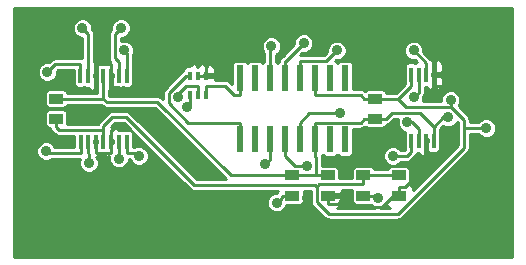
<source format=gtl>
%FSLAX34Y34*%
G04 Gerber Fmt 3.4, Leading zero omitted, Abs format*
G04 (created by PCBNEW (2014-02-02 BZR 4653)-product) date 2014-03-31 11:22:45 AM*
%MOIN*%
G01*
G70*
G90*
G04 APERTURE LIST*
%ADD10C,0.005906*%
%ADD11R,0.011800X0.051200*%
%ADD12R,0.023600X0.086600*%
%ADD13R,0.045000X0.032000*%
%ADD14R,0.015700X0.031400*%
%ADD15C,0.035000*%
%ADD16C,0.010000*%
G04 APERTURE END LIST*
G54D10*
G54D11*
X34663Y-44367D03*
X34913Y-44367D03*
X35173Y-44367D03*
X35423Y-44367D03*
X35423Y-42167D03*
X35168Y-42167D03*
X34913Y-42167D03*
X34658Y-42167D03*
G54D12*
X28958Y-44330D03*
X29458Y-44330D03*
X29958Y-44330D03*
X30458Y-44330D03*
X30958Y-44330D03*
X31458Y-44330D03*
X31958Y-44330D03*
X32458Y-44330D03*
X32458Y-42284D03*
X31958Y-42284D03*
X31458Y-42284D03*
X30958Y-42284D03*
X30458Y-42284D03*
X29958Y-42284D03*
X29458Y-42284D03*
X28958Y-42284D03*
G54D13*
X33464Y-42972D03*
X33464Y-43642D03*
X31889Y-46201D03*
X31889Y-45531D03*
X34251Y-45531D03*
X34251Y-46201D03*
X33070Y-45531D03*
X33070Y-46201D03*
X30708Y-45531D03*
X30708Y-46201D03*
X22834Y-43642D03*
X22834Y-42972D03*
G54D11*
X23649Y-44407D03*
X23899Y-44407D03*
X24159Y-44407D03*
X24409Y-44407D03*
X24669Y-44407D03*
X24924Y-44407D03*
X25179Y-44407D03*
X25179Y-42207D03*
X24924Y-42207D03*
X24669Y-42207D03*
X24409Y-42207D03*
X24154Y-42207D03*
X23899Y-42207D03*
X23644Y-42207D03*
G54D14*
X27814Y-42205D03*
X27559Y-42205D03*
X27304Y-42205D03*
X27304Y-42833D03*
X27559Y-42833D03*
X27814Y-42833D03*
G54D15*
X35983Y-43019D03*
X37171Y-43957D03*
X35907Y-43593D03*
X35787Y-44783D03*
X25000Y-46082D03*
X26141Y-45629D03*
X27814Y-41594D03*
X31200Y-46299D03*
X28464Y-46338D03*
X33484Y-40610D03*
X31161Y-40629D03*
X32381Y-46491D03*
X24905Y-42721D03*
X22540Y-42083D03*
X31179Y-45224D03*
X29811Y-45157D03*
X30183Y-46440D03*
X33554Y-46287D03*
X34749Y-41365D03*
X32283Y-43453D03*
X25000Y-40609D03*
X26895Y-42920D03*
X27182Y-43262D03*
X34055Y-44881D03*
X34541Y-43761D03*
X25108Y-41365D03*
X32193Y-41365D03*
X23924Y-45122D03*
X22502Y-44724D03*
X24924Y-44972D03*
X25590Y-44881D03*
X23710Y-40620D03*
X34748Y-42932D03*
X31081Y-41121D03*
X30005Y-41220D03*
G54D16*
X24409Y-44407D02*
X24409Y-44020D01*
X24409Y-43881D02*
X24409Y-44020D01*
X24707Y-43583D02*
X24409Y-43881D01*
X25162Y-43583D02*
X24707Y-43583D01*
X27436Y-45857D02*
X25162Y-43583D01*
X31465Y-45857D02*
X27436Y-45857D01*
X31519Y-45911D02*
X31465Y-45857D01*
X33464Y-42972D02*
X33464Y-42972D01*
X33464Y-42972D02*
X33464Y-42972D01*
X22923Y-44020D02*
X24409Y-44020D01*
X22834Y-43932D02*
X22923Y-44020D01*
X22834Y-43642D02*
X22834Y-43932D01*
X33464Y-42972D02*
X33464Y-42972D01*
X33464Y-42972D02*
X33464Y-42972D01*
X34239Y-42972D02*
X34218Y-42972D01*
X34658Y-42553D02*
X34239Y-42972D01*
X34658Y-42167D02*
X34658Y-42553D01*
X34218Y-42972D02*
X33464Y-42972D01*
X35983Y-43245D02*
X35983Y-43019D01*
X34491Y-43245D02*
X34218Y-42972D01*
X35983Y-43245D02*
X34491Y-43245D01*
X36413Y-43957D02*
X37171Y-43957D01*
X36413Y-44610D02*
X36413Y-43957D01*
X34221Y-46802D02*
X36413Y-44610D01*
X31918Y-46802D02*
X34221Y-46802D01*
X31519Y-46403D02*
X31918Y-46802D01*
X31519Y-45911D02*
X31519Y-46403D01*
X35991Y-43245D02*
X35983Y-43245D01*
X36413Y-43668D02*
X35991Y-43245D01*
X36413Y-43957D02*
X36413Y-43668D01*
X33070Y-45821D02*
X33070Y-45531D01*
X31608Y-45821D02*
X33070Y-45821D01*
X31519Y-45911D02*
X31608Y-45821D01*
X22834Y-43642D02*
X22834Y-43642D01*
X33070Y-45531D02*
X34251Y-45531D01*
X33070Y-45531D02*
X33070Y-45531D01*
X34251Y-45531D02*
X34251Y-45531D01*
X34251Y-45531D02*
X34251Y-45531D01*
X33464Y-42972D02*
X33464Y-42972D01*
X31458Y-42847D02*
X31458Y-42284D01*
X32984Y-42847D02*
X31458Y-42847D01*
X33109Y-42972D02*
X32984Y-42847D01*
X33464Y-42972D02*
X33109Y-42972D01*
X31458Y-42284D02*
X31458Y-42284D01*
X35736Y-43593D02*
X35423Y-43906D01*
X35907Y-43593D02*
X35736Y-43593D01*
X35423Y-43906D02*
X35423Y-44367D01*
X31458Y-44893D02*
X31458Y-44330D01*
X31506Y-44940D02*
X31458Y-44893D01*
X31506Y-45531D02*
X31506Y-44940D01*
X22834Y-42972D02*
X22834Y-42972D01*
X22834Y-42972D02*
X22834Y-42972D01*
X30708Y-45531D02*
X31506Y-45531D01*
X31889Y-45531D02*
X31889Y-45531D01*
X31889Y-45531D02*
X31506Y-45531D01*
X31889Y-45531D02*
X31889Y-45531D01*
X33464Y-43642D02*
X33464Y-43642D01*
X33109Y-43642D02*
X33464Y-43642D01*
X32984Y-43766D02*
X33109Y-43642D01*
X31458Y-43766D02*
X32984Y-43766D01*
X31458Y-44330D02*
X31458Y-43766D01*
X34953Y-43436D02*
X35423Y-43906D01*
X34025Y-43436D02*
X34953Y-43436D01*
X33819Y-43642D02*
X34025Y-43436D01*
X33464Y-43642D02*
X33819Y-43642D01*
X22834Y-42972D02*
X24409Y-42972D01*
X24409Y-42972D02*
X24409Y-42207D01*
X28654Y-45531D02*
X30708Y-45531D01*
X26211Y-43087D02*
X28654Y-45531D01*
X24524Y-43087D02*
X26211Y-43087D01*
X24409Y-42972D02*
X24524Y-43087D01*
X30708Y-45531D02*
X30708Y-45531D01*
X35173Y-44367D02*
X35173Y-44666D01*
X35173Y-44666D02*
X35289Y-44783D01*
X35289Y-44783D02*
X35787Y-44783D01*
X24159Y-44407D02*
X24159Y-44763D01*
X24159Y-44763D02*
X25000Y-45603D01*
X25000Y-45603D02*
X25000Y-46082D01*
X27814Y-42205D02*
X27559Y-42205D01*
X27814Y-41948D02*
X27814Y-42205D01*
X27814Y-41947D02*
X27814Y-41948D01*
X27814Y-41594D02*
X27814Y-41947D01*
X24669Y-44793D02*
X24669Y-44407D01*
X24159Y-44793D02*
X24669Y-44793D01*
X24159Y-44407D02*
X24159Y-44793D01*
X31889Y-46491D02*
X31889Y-46201D01*
X32381Y-46491D02*
X31889Y-46491D01*
X24154Y-41820D02*
X24154Y-42207D01*
X24669Y-41820D02*
X24154Y-41820D01*
X24669Y-42207D02*
X24669Y-41820D01*
X24669Y-44020D02*
X24669Y-44407D01*
X24708Y-44020D02*
X24669Y-44020D01*
X24835Y-43894D02*
X24708Y-44020D01*
X34251Y-46201D02*
X34251Y-46201D01*
X34074Y-46201D02*
X34251Y-46201D01*
X33682Y-46592D02*
X34074Y-46201D01*
X32483Y-46592D02*
X33682Y-46592D01*
X32381Y-46491D02*
X32483Y-46592D01*
X35173Y-45207D02*
X35173Y-44367D01*
X34469Y-45911D02*
X35173Y-45207D01*
X34251Y-45911D02*
X34469Y-45911D01*
X34251Y-46201D02*
X34251Y-45911D01*
X24669Y-42593D02*
X24669Y-42207D01*
X24777Y-42593D02*
X24669Y-42593D01*
X24905Y-42721D02*
X24777Y-42593D01*
X35423Y-42553D02*
X35423Y-42167D01*
X35720Y-42553D02*
X35423Y-42553D01*
X22803Y-41820D02*
X22540Y-42083D01*
X23644Y-41820D02*
X22803Y-41820D01*
X23644Y-42207D02*
X23644Y-41820D01*
X30458Y-44893D02*
X30458Y-44330D01*
X30790Y-45224D02*
X30458Y-44893D01*
X31179Y-45224D02*
X30790Y-45224D01*
X30458Y-44330D02*
X30458Y-44329D01*
X29958Y-45010D02*
X29958Y-44330D01*
X29811Y-45157D02*
X29958Y-45010D01*
X29958Y-44330D02*
X29958Y-44329D01*
X30353Y-46201D02*
X30708Y-46201D01*
X30353Y-46270D02*
X30353Y-46201D01*
X30183Y-46440D02*
X30353Y-46270D01*
X30708Y-46201D02*
X30708Y-46201D01*
X30708Y-46201D02*
X30708Y-46201D01*
X33070Y-46201D02*
X33070Y-46201D01*
X33425Y-46201D02*
X33070Y-46201D01*
X33512Y-46287D02*
X33425Y-46201D01*
X33554Y-46287D02*
X33512Y-46287D01*
X33070Y-46201D02*
X33070Y-46201D01*
X35165Y-41781D02*
X34749Y-41365D01*
X35168Y-41781D02*
X35165Y-41781D01*
X35168Y-42167D02*
X35168Y-41781D01*
X31272Y-43453D02*
X32283Y-43453D01*
X30958Y-43766D02*
X31272Y-43453D01*
X30958Y-44329D02*
X30958Y-43766D01*
X30958Y-44329D02*
X30958Y-44330D01*
X24793Y-40816D02*
X25000Y-40609D01*
X24793Y-41605D02*
X24793Y-40816D01*
X24924Y-41736D02*
X24793Y-41605D01*
X24924Y-42207D02*
X24924Y-41736D01*
X26895Y-42822D02*
X26895Y-42920D01*
X27171Y-42546D02*
X26895Y-42822D01*
X27559Y-42546D02*
X27171Y-42546D01*
X27559Y-42833D02*
X27559Y-42546D01*
X27230Y-43766D02*
X28958Y-43766D01*
X26590Y-43127D02*
X27230Y-43766D01*
X26590Y-42793D02*
X26590Y-43127D01*
X27178Y-42205D02*
X26590Y-42793D01*
X27304Y-42205D02*
X27178Y-42205D01*
X28958Y-44330D02*
X28958Y-43766D01*
X27304Y-43140D02*
X27182Y-43262D01*
X27304Y-42833D02*
X27304Y-43140D01*
X28772Y-42847D02*
X28958Y-42847D01*
X28471Y-42546D02*
X28772Y-42847D01*
X27814Y-42546D02*
X28471Y-42546D01*
X27814Y-42833D02*
X27814Y-42546D01*
X28958Y-42284D02*
X28958Y-42847D01*
X34535Y-44881D02*
X34055Y-44881D01*
X34663Y-44753D02*
X34535Y-44881D01*
X34663Y-44367D02*
X34663Y-44753D01*
X34693Y-43761D02*
X34541Y-43761D01*
X34913Y-43981D02*
X34693Y-43761D01*
X34913Y-44367D02*
X34913Y-43981D01*
X25179Y-41436D02*
X25108Y-41365D01*
X25179Y-42207D02*
X25179Y-41436D01*
X30958Y-41720D02*
X30958Y-42284D01*
X31838Y-41720D02*
X30958Y-41720D01*
X32193Y-41365D02*
X31838Y-41720D01*
X30958Y-42284D02*
X30958Y-42284D01*
X23924Y-44817D02*
X23924Y-45122D01*
X23899Y-44793D02*
X23924Y-44817D01*
X23899Y-44407D02*
X23899Y-44793D01*
X22571Y-44793D02*
X22502Y-44724D01*
X23649Y-44793D02*
X22571Y-44793D01*
X23649Y-44407D02*
X23649Y-44793D01*
X24924Y-44972D02*
X24924Y-44407D01*
X25501Y-44793D02*
X25590Y-44881D01*
X25179Y-44793D02*
X25501Y-44793D01*
X25179Y-44407D02*
X25179Y-44793D01*
X23899Y-40809D02*
X23710Y-40620D01*
X23899Y-42207D02*
X23899Y-40809D01*
X34913Y-42768D02*
X34748Y-42932D01*
X34913Y-42167D02*
X34913Y-42768D01*
X30458Y-41720D02*
X30458Y-42284D01*
X30481Y-41720D02*
X30458Y-41720D01*
X31081Y-41121D02*
X30481Y-41720D01*
X30458Y-42284D02*
X30458Y-42284D01*
X29958Y-41267D02*
X29958Y-42284D01*
X30005Y-41220D02*
X29958Y-41267D01*
X29958Y-42284D02*
X29958Y-42284D01*
G54D10*
G36*
X24200Y-44457D02*
X24188Y-44457D01*
X24188Y-44464D01*
X24129Y-44464D01*
X24129Y-44457D01*
X24108Y-44457D01*
X24108Y-44357D01*
X24129Y-44357D01*
X24129Y-44349D01*
X24188Y-44349D01*
X24188Y-44357D01*
X24200Y-44357D01*
X24200Y-44457D01*
X24200Y-44457D01*
G37*
G54D16*
X24200Y-44457D02*
X24188Y-44457D01*
X24188Y-44464D01*
X24129Y-44464D01*
X24129Y-44457D01*
X24108Y-44457D01*
X24108Y-44357D01*
X24129Y-44357D01*
X24129Y-44349D01*
X24188Y-44349D01*
X24188Y-44357D01*
X24200Y-44357D01*
X24200Y-44457D01*
G54D10*
G36*
X24715Y-44457D02*
X24698Y-44457D01*
X24698Y-44464D01*
X24639Y-44464D01*
X24639Y-44457D01*
X24618Y-44457D01*
X24618Y-44357D01*
X24639Y-44357D01*
X24639Y-44349D01*
X24698Y-44349D01*
X24698Y-44357D01*
X24715Y-44357D01*
X24715Y-44457D01*
X24715Y-44457D01*
G37*
G54D16*
X24715Y-44457D02*
X24698Y-44457D01*
X24698Y-44464D01*
X24639Y-44464D01*
X24639Y-44457D01*
X24618Y-44457D01*
X24618Y-44357D01*
X24639Y-44357D01*
X24639Y-44349D01*
X24698Y-44349D01*
X24698Y-44357D01*
X24715Y-44357D01*
X24715Y-44457D01*
G54D10*
G36*
X25317Y-44021D02*
X25268Y-44001D01*
X25208Y-44001D01*
X25090Y-44001D01*
X25051Y-44017D01*
X25013Y-44001D01*
X24953Y-44001D01*
X24932Y-44001D01*
X24870Y-43939D01*
X24778Y-43901D01*
X24761Y-43901D01*
X24719Y-43943D01*
X24719Y-43901D01*
X24672Y-43901D01*
X24789Y-43783D01*
X25080Y-43783D01*
X25317Y-44021D01*
X25317Y-44021D01*
G37*
G54D16*
X25317Y-44021D02*
X25268Y-44001D01*
X25208Y-44001D01*
X25090Y-44001D01*
X25051Y-44017D01*
X25013Y-44001D01*
X24953Y-44001D01*
X24932Y-44001D01*
X24870Y-43939D01*
X24778Y-43901D01*
X24761Y-43901D01*
X24719Y-43943D01*
X24719Y-43901D01*
X24672Y-43901D01*
X24789Y-43783D01*
X25080Y-43783D01*
X25317Y-44021D01*
G54D10*
G36*
X33464Y-46602D02*
X32185Y-46602D01*
X32256Y-46573D01*
X32326Y-46502D01*
X32364Y-46410D01*
X32364Y-46313D01*
X32302Y-46251D01*
X31939Y-46251D01*
X31939Y-46259D01*
X31839Y-46259D01*
X31839Y-46251D01*
X31831Y-46251D01*
X31831Y-46151D01*
X31839Y-46151D01*
X31839Y-46143D01*
X31939Y-46143D01*
X31939Y-46151D01*
X32302Y-46151D01*
X32364Y-46088D01*
X32364Y-46021D01*
X32695Y-46021D01*
X32695Y-46070D01*
X32695Y-46390D01*
X32718Y-46446D01*
X32760Y-46488D01*
X32816Y-46511D01*
X32875Y-46511D01*
X33318Y-46511D01*
X33370Y-46563D01*
X33464Y-46602D01*
X33464Y-46602D01*
G37*
G54D16*
X33464Y-46602D02*
X32185Y-46602D01*
X32256Y-46573D01*
X32326Y-46502D01*
X32364Y-46410D01*
X32364Y-46313D01*
X32302Y-46251D01*
X31939Y-46251D01*
X31939Y-46259D01*
X31839Y-46259D01*
X31839Y-46251D01*
X31831Y-46251D01*
X31831Y-46151D01*
X31839Y-46151D01*
X31839Y-46143D01*
X31939Y-46143D01*
X31939Y-46151D01*
X32302Y-46151D01*
X32364Y-46088D01*
X32364Y-46021D01*
X32695Y-46021D01*
X32695Y-46070D01*
X32695Y-46390D01*
X32718Y-46446D01*
X32760Y-46488D01*
X32816Y-46511D01*
X32875Y-46511D01*
X33318Y-46511D01*
X33370Y-46563D01*
X33464Y-46602D01*
G54D10*
G36*
X33956Y-46602D02*
X33644Y-46602D01*
X33738Y-46563D01*
X33810Y-46491D01*
X33815Y-46502D01*
X33885Y-46573D01*
X33956Y-46602D01*
X33956Y-46602D01*
G37*
G54D16*
X33956Y-46602D02*
X33644Y-46602D01*
X33738Y-46563D01*
X33810Y-46491D01*
X33815Y-46502D01*
X33885Y-46573D01*
X33956Y-46602D01*
G54D10*
G36*
X34309Y-46251D02*
X34301Y-46251D01*
X34301Y-46259D01*
X34201Y-46259D01*
X34201Y-46251D01*
X34194Y-46251D01*
X34194Y-46151D01*
X34201Y-46151D01*
X34201Y-46143D01*
X34301Y-46143D01*
X34301Y-46151D01*
X34309Y-46151D01*
X34309Y-46251D01*
X34309Y-46251D01*
G37*
G54D16*
X34309Y-46251D02*
X34301Y-46251D01*
X34301Y-46259D01*
X34201Y-46259D01*
X34201Y-46251D01*
X34194Y-46251D01*
X34194Y-46151D01*
X34201Y-46151D01*
X34201Y-46143D01*
X34301Y-46143D01*
X34301Y-46151D01*
X34309Y-46151D01*
X34309Y-46251D01*
G54D10*
G36*
X36213Y-44527D02*
X34726Y-46014D01*
X34726Y-45991D01*
X34688Y-45899D01*
X34618Y-45829D01*
X34570Y-45809D01*
X34604Y-45776D01*
X34626Y-45720D01*
X34626Y-45661D01*
X34626Y-45341D01*
X34604Y-45286D01*
X34561Y-45243D01*
X34506Y-45221D01*
X34447Y-45221D01*
X33997Y-45221D01*
X33942Y-45243D01*
X33899Y-45286D01*
X33881Y-45331D01*
X33441Y-45331D01*
X33423Y-45286D01*
X33380Y-45243D01*
X33325Y-45221D01*
X33266Y-45221D01*
X32816Y-45221D01*
X32760Y-45243D01*
X32718Y-45286D01*
X32695Y-45341D01*
X32695Y-45400D01*
X32695Y-45621D01*
X32264Y-45621D01*
X32264Y-45341D01*
X32241Y-45286D01*
X32199Y-45243D01*
X32144Y-45221D01*
X32084Y-45221D01*
X31706Y-45221D01*
X31706Y-44940D01*
X31691Y-44864D01*
X31689Y-44862D01*
X31703Y-44848D01*
X31708Y-44836D01*
X31713Y-44848D01*
X31755Y-44890D01*
X31810Y-44913D01*
X31870Y-44913D01*
X32106Y-44913D01*
X32161Y-44890D01*
X32203Y-44848D01*
X32208Y-44836D01*
X32213Y-44848D01*
X32255Y-44890D01*
X32310Y-44913D01*
X32370Y-44913D01*
X32606Y-44913D01*
X32661Y-44890D01*
X32703Y-44848D01*
X32726Y-44792D01*
X32726Y-44733D01*
X32726Y-43966D01*
X32984Y-43966D01*
X32984Y-43966D01*
X33022Y-43959D01*
X33061Y-43951D01*
X33061Y-43951D01*
X33061Y-43951D01*
X33093Y-43930D01*
X33125Y-43908D01*
X33125Y-43908D01*
X33129Y-43904D01*
X33154Y-43929D01*
X33209Y-43952D01*
X33269Y-43952D01*
X33719Y-43952D01*
X33774Y-43929D01*
X33816Y-43887D01*
X33836Y-43838D01*
X33857Y-43834D01*
X33896Y-43826D01*
X33896Y-43826D01*
X33896Y-43826D01*
X33928Y-43805D01*
X33961Y-43783D01*
X33961Y-43783D01*
X33961Y-43783D01*
X34107Y-43636D01*
X34241Y-43636D01*
X34216Y-43696D01*
X34216Y-43826D01*
X34265Y-43945D01*
X34356Y-44037D01*
X34455Y-44078D01*
X34454Y-44081D01*
X34454Y-44141D01*
X34454Y-44653D01*
X34461Y-44672D01*
X34452Y-44681D01*
X34314Y-44681D01*
X34239Y-44606D01*
X34120Y-44556D01*
X33990Y-44556D01*
X33871Y-44606D01*
X33779Y-44697D01*
X33730Y-44816D01*
X33730Y-44946D01*
X33779Y-45065D01*
X33870Y-45157D01*
X33990Y-45206D01*
X34119Y-45206D01*
X34238Y-45157D01*
X34314Y-45081D01*
X34535Y-45081D01*
X34535Y-45081D01*
X34573Y-45074D01*
X34611Y-45066D01*
X34611Y-45066D01*
X34611Y-45066D01*
X34644Y-45044D01*
X34676Y-45023D01*
X34676Y-45023D01*
X34804Y-44895D01*
X34804Y-44895D01*
X34804Y-44895D01*
X34826Y-44863D01*
X34847Y-44830D01*
X34847Y-44830D01*
X34848Y-44830D01*
X34855Y-44792D01*
X34859Y-44773D01*
X34884Y-44773D01*
X34910Y-44773D01*
X34972Y-44835D01*
X35064Y-44873D01*
X35081Y-44873D01*
X35143Y-44811D01*
X35143Y-44417D01*
X35122Y-44417D01*
X35122Y-44317D01*
X35143Y-44317D01*
X35143Y-44309D01*
X35202Y-44309D01*
X35202Y-44317D01*
X35214Y-44317D01*
X35214Y-44417D01*
X35202Y-44417D01*
X35202Y-44811D01*
X35265Y-44873D01*
X35281Y-44873D01*
X35373Y-44835D01*
X35435Y-44773D01*
X35512Y-44773D01*
X35567Y-44750D01*
X35609Y-44708D01*
X35632Y-44653D01*
X35632Y-44593D01*
X35632Y-44081D01*
X35623Y-44060D01*
X35623Y-43989D01*
X35737Y-43874D01*
X35842Y-43918D01*
X35971Y-43918D01*
X36091Y-43868D01*
X36182Y-43777D01*
X36199Y-43736D01*
X36213Y-43750D01*
X36213Y-43957D01*
X36213Y-44527D01*
X36213Y-44527D01*
G37*
G54D16*
X36213Y-44527D02*
X34726Y-46014D01*
X34726Y-45991D01*
X34688Y-45899D01*
X34618Y-45829D01*
X34570Y-45809D01*
X34604Y-45776D01*
X34626Y-45720D01*
X34626Y-45661D01*
X34626Y-45341D01*
X34604Y-45286D01*
X34561Y-45243D01*
X34506Y-45221D01*
X34447Y-45221D01*
X33997Y-45221D01*
X33942Y-45243D01*
X33899Y-45286D01*
X33881Y-45331D01*
X33441Y-45331D01*
X33423Y-45286D01*
X33380Y-45243D01*
X33325Y-45221D01*
X33266Y-45221D01*
X32816Y-45221D01*
X32760Y-45243D01*
X32718Y-45286D01*
X32695Y-45341D01*
X32695Y-45400D01*
X32695Y-45621D01*
X32264Y-45621D01*
X32264Y-45341D01*
X32241Y-45286D01*
X32199Y-45243D01*
X32144Y-45221D01*
X32084Y-45221D01*
X31706Y-45221D01*
X31706Y-44940D01*
X31691Y-44864D01*
X31689Y-44862D01*
X31703Y-44848D01*
X31708Y-44836D01*
X31713Y-44848D01*
X31755Y-44890D01*
X31810Y-44913D01*
X31870Y-44913D01*
X32106Y-44913D01*
X32161Y-44890D01*
X32203Y-44848D01*
X32208Y-44836D01*
X32213Y-44848D01*
X32255Y-44890D01*
X32310Y-44913D01*
X32370Y-44913D01*
X32606Y-44913D01*
X32661Y-44890D01*
X32703Y-44848D01*
X32726Y-44792D01*
X32726Y-44733D01*
X32726Y-43966D01*
X32984Y-43966D01*
X32984Y-43966D01*
X33022Y-43959D01*
X33061Y-43951D01*
X33061Y-43951D01*
X33061Y-43951D01*
X33093Y-43930D01*
X33125Y-43908D01*
X33125Y-43908D01*
X33129Y-43904D01*
X33154Y-43929D01*
X33209Y-43952D01*
X33269Y-43952D01*
X33719Y-43952D01*
X33774Y-43929D01*
X33816Y-43887D01*
X33836Y-43838D01*
X33857Y-43834D01*
X33896Y-43826D01*
X33896Y-43826D01*
X33896Y-43826D01*
X33928Y-43805D01*
X33961Y-43783D01*
X33961Y-43783D01*
X33961Y-43783D01*
X34107Y-43636D01*
X34241Y-43636D01*
X34216Y-43696D01*
X34216Y-43826D01*
X34265Y-43945D01*
X34356Y-44037D01*
X34455Y-44078D01*
X34454Y-44081D01*
X34454Y-44141D01*
X34454Y-44653D01*
X34461Y-44672D01*
X34452Y-44681D01*
X34314Y-44681D01*
X34239Y-44606D01*
X34120Y-44556D01*
X33990Y-44556D01*
X33871Y-44606D01*
X33779Y-44697D01*
X33730Y-44816D01*
X33730Y-44946D01*
X33779Y-45065D01*
X33870Y-45157D01*
X33990Y-45206D01*
X34119Y-45206D01*
X34238Y-45157D01*
X34314Y-45081D01*
X34535Y-45081D01*
X34535Y-45081D01*
X34573Y-45074D01*
X34611Y-45066D01*
X34611Y-45066D01*
X34611Y-45066D01*
X34644Y-45044D01*
X34676Y-45023D01*
X34676Y-45023D01*
X34804Y-44895D01*
X34804Y-44895D01*
X34804Y-44895D01*
X34826Y-44863D01*
X34847Y-44830D01*
X34847Y-44830D01*
X34848Y-44830D01*
X34855Y-44792D01*
X34859Y-44773D01*
X34884Y-44773D01*
X34910Y-44773D01*
X34972Y-44835D01*
X35064Y-44873D01*
X35081Y-44873D01*
X35143Y-44811D01*
X35143Y-44417D01*
X35122Y-44417D01*
X35122Y-44317D01*
X35143Y-44317D01*
X35143Y-44309D01*
X35202Y-44309D01*
X35202Y-44317D01*
X35214Y-44317D01*
X35214Y-44417D01*
X35202Y-44417D01*
X35202Y-44811D01*
X35265Y-44873D01*
X35281Y-44873D01*
X35373Y-44835D01*
X35435Y-44773D01*
X35512Y-44773D01*
X35567Y-44750D01*
X35609Y-44708D01*
X35632Y-44653D01*
X35632Y-44593D01*
X35632Y-44081D01*
X35623Y-44060D01*
X35623Y-43989D01*
X35737Y-43874D01*
X35842Y-43918D01*
X35971Y-43918D01*
X36091Y-43868D01*
X36182Y-43777D01*
X36199Y-43736D01*
X36213Y-43750D01*
X36213Y-43957D01*
X36213Y-44527D01*
G54D10*
G36*
X38019Y-48255D02*
X37496Y-48255D01*
X37496Y-43893D01*
X37447Y-43773D01*
X37355Y-43682D01*
X37236Y-43632D01*
X37107Y-43632D01*
X36987Y-43681D01*
X36911Y-43757D01*
X36613Y-43757D01*
X36613Y-43668D01*
X36613Y-43668D01*
X36613Y-43668D01*
X36606Y-43630D01*
X36598Y-43591D01*
X36598Y-43591D01*
X36598Y-43591D01*
X36577Y-43559D01*
X36555Y-43526D01*
X36555Y-43526D01*
X36555Y-43526D01*
X36245Y-43216D01*
X36258Y-43203D01*
X36308Y-43084D01*
X36308Y-42954D01*
X36258Y-42835D01*
X36167Y-42743D01*
X36048Y-42694D01*
X35918Y-42694D01*
X35799Y-42743D01*
X35732Y-42810D01*
X35732Y-42473D01*
X35732Y-42373D01*
X35732Y-42280D01*
X35732Y-42055D01*
X35732Y-41961D01*
X35732Y-41861D01*
X35694Y-41770D01*
X35623Y-41699D01*
X35531Y-41661D01*
X35515Y-41661D01*
X35452Y-41724D01*
X35452Y-42117D01*
X35669Y-42117D01*
X35732Y-42055D01*
X35732Y-42280D01*
X35669Y-42217D01*
X35452Y-42217D01*
X35452Y-42611D01*
X35515Y-42673D01*
X35531Y-42673D01*
X35623Y-42635D01*
X35694Y-42565D01*
X35732Y-42473D01*
X35732Y-42810D01*
X35707Y-42834D01*
X35658Y-42954D01*
X35658Y-43045D01*
X35053Y-43045D01*
X35073Y-42997D01*
X35073Y-42881D01*
X35076Y-42877D01*
X35097Y-42844D01*
X35097Y-42844D01*
X35098Y-42844D01*
X35105Y-42806D01*
X35113Y-42768D01*
X35113Y-42768D01*
X35113Y-42768D01*
X35113Y-42573D01*
X35139Y-42573D01*
X35160Y-42573D01*
X35222Y-42635D01*
X35314Y-42673D01*
X35331Y-42673D01*
X35393Y-42611D01*
X35393Y-42217D01*
X35377Y-42217D01*
X35377Y-42117D01*
X35393Y-42117D01*
X35393Y-41724D01*
X35331Y-41661D01*
X35324Y-41661D01*
X35309Y-41640D01*
X35301Y-41634D01*
X35074Y-41407D01*
X35074Y-41301D01*
X35025Y-41181D01*
X34934Y-41090D01*
X34814Y-41040D01*
X34685Y-41040D01*
X34565Y-41090D01*
X34474Y-41181D01*
X34424Y-41300D01*
X34424Y-41430D01*
X34474Y-41549D01*
X34565Y-41641D01*
X34684Y-41690D01*
X34792Y-41690D01*
X34862Y-41761D01*
X34824Y-41761D01*
X34785Y-41777D01*
X34747Y-41761D01*
X34687Y-41761D01*
X34569Y-41761D01*
X34514Y-41784D01*
X34472Y-41826D01*
X34449Y-41881D01*
X34449Y-41941D01*
X34449Y-42453D01*
X34456Y-42472D01*
X34157Y-42772D01*
X33835Y-42772D01*
X33816Y-42727D01*
X33774Y-42684D01*
X33719Y-42662D01*
X33659Y-42662D01*
X33209Y-42662D01*
X33154Y-42684D01*
X33129Y-42709D01*
X33125Y-42705D01*
X33093Y-42683D01*
X33061Y-42662D01*
X33061Y-42662D01*
X33061Y-42662D01*
X33022Y-42654D01*
X32984Y-42647D01*
X32984Y-42647D01*
X32726Y-42647D01*
X32726Y-41821D01*
X32703Y-41766D01*
X32661Y-41723D01*
X32606Y-41701D01*
X32546Y-41701D01*
X32310Y-41701D01*
X32255Y-41723D01*
X32213Y-41766D01*
X32208Y-41777D01*
X32203Y-41766D01*
X32161Y-41723D01*
X32130Y-41711D01*
X32151Y-41690D01*
X32257Y-41690D01*
X32377Y-41641D01*
X32468Y-41550D01*
X32518Y-41430D01*
X32518Y-41301D01*
X32469Y-41181D01*
X32377Y-41090D01*
X32258Y-41040D01*
X32129Y-41040D01*
X32009Y-41090D01*
X31918Y-41181D01*
X31868Y-41300D01*
X31868Y-41407D01*
X31755Y-41520D01*
X30964Y-41520D01*
X31038Y-41446D01*
X31145Y-41446D01*
X31264Y-41396D01*
X31356Y-41305D01*
X31405Y-41186D01*
X31406Y-41056D01*
X31356Y-40937D01*
X31265Y-40845D01*
X31145Y-40796D01*
X31016Y-40796D01*
X30897Y-40845D01*
X30805Y-40936D01*
X30756Y-41056D01*
X30755Y-41163D01*
X30383Y-41535D01*
X30382Y-41536D01*
X30317Y-41579D01*
X30273Y-41644D01*
X30258Y-41720D01*
X30258Y-41722D01*
X30255Y-41723D01*
X30213Y-41766D01*
X30208Y-41777D01*
X30203Y-41766D01*
X30161Y-41723D01*
X30158Y-41722D01*
X30158Y-41509D01*
X30189Y-41496D01*
X30280Y-41405D01*
X30330Y-41285D01*
X30330Y-41156D01*
X30281Y-41037D01*
X30189Y-40945D01*
X30070Y-40895D01*
X29941Y-40895D01*
X29821Y-40945D01*
X29730Y-41036D01*
X29680Y-41155D01*
X29680Y-41285D01*
X29729Y-41404D01*
X29758Y-41433D01*
X29758Y-41722D01*
X29755Y-41723D01*
X29713Y-41766D01*
X29708Y-41777D01*
X29703Y-41766D01*
X29661Y-41723D01*
X29606Y-41701D01*
X29546Y-41701D01*
X29310Y-41701D01*
X29255Y-41723D01*
X29213Y-41766D01*
X29208Y-41777D01*
X29203Y-41766D01*
X29161Y-41723D01*
X29106Y-41701D01*
X29046Y-41701D01*
X28810Y-41701D01*
X28755Y-41723D01*
X28713Y-41766D01*
X28690Y-41821D01*
X28690Y-41880D01*
X28690Y-42482D01*
X28613Y-42405D01*
X28548Y-42361D01*
X28471Y-42346D01*
X28142Y-42346D01*
X28142Y-42318D01*
X28080Y-42255D01*
X27853Y-42255D01*
X27853Y-42263D01*
X27832Y-42263D01*
X27825Y-42255D01*
X27774Y-42255D01*
X27756Y-42255D01*
X27756Y-42155D01*
X27774Y-42155D01*
X27825Y-42155D01*
X27853Y-42127D01*
X27853Y-42155D01*
X28080Y-42155D01*
X28142Y-42093D01*
X28142Y-41998D01*
X28104Y-41907D01*
X28034Y-41836D01*
X27942Y-41798D01*
X27915Y-41798D01*
X27853Y-41861D01*
X27853Y-41916D01*
X27849Y-41907D01*
X27779Y-41836D01*
X27729Y-41816D01*
X27712Y-41798D01*
X27687Y-41798D01*
X27685Y-41798D01*
X27660Y-41798D01*
X27643Y-41816D01*
X27593Y-41836D01*
X27523Y-41907D01*
X27519Y-41916D01*
X27519Y-41861D01*
X27457Y-41798D01*
X27430Y-41798D01*
X27338Y-41836D01*
X27277Y-41898D01*
X27195Y-41898D01*
X27140Y-41921D01*
X27098Y-41963D01*
X27075Y-42018D01*
X27075Y-42038D01*
X27037Y-42064D01*
X26449Y-42652D01*
X26405Y-42717D01*
X26390Y-42793D01*
X26390Y-42984D01*
X26352Y-42946D01*
X26287Y-42902D01*
X26211Y-42887D01*
X25433Y-42887D01*
X24609Y-42887D01*
X24609Y-42681D01*
X24639Y-42650D01*
X24639Y-42257D01*
X24618Y-42257D01*
X24618Y-42157D01*
X24639Y-42157D01*
X24639Y-42149D01*
X24698Y-42149D01*
X24698Y-42157D01*
X24715Y-42157D01*
X24715Y-42257D01*
X24698Y-42257D01*
X24698Y-42650D01*
X24761Y-42713D01*
X24778Y-42713D01*
X24870Y-42675D01*
X24932Y-42613D01*
X25013Y-42613D01*
X25051Y-42597D01*
X25090Y-42613D01*
X25150Y-42613D01*
X25268Y-42613D01*
X25323Y-42590D01*
X25365Y-42548D01*
X25388Y-42492D01*
X25388Y-42433D01*
X25388Y-41921D01*
X25379Y-41899D01*
X25379Y-41554D01*
X25384Y-41550D01*
X25433Y-41430D01*
X25433Y-41301D01*
X25384Y-41181D01*
X25293Y-41090D01*
X25173Y-41040D01*
X25044Y-41040D01*
X24993Y-41061D01*
X24993Y-40934D01*
X25064Y-40934D01*
X25183Y-40885D01*
X25275Y-40794D01*
X25324Y-40674D01*
X25325Y-40545D01*
X25275Y-40425D01*
X25184Y-40334D01*
X25064Y-40284D01*
X24935Y-40284D01*
X24816Y-40334D01*
X24724Y-40425D01*
X24675Y-40544D01*
X24674Y-40651D01*
X24651Y-40675D01*
X24651Y-40675D01*
X24651Y-40675D01*
X24630Y-40707D01*
X24608Y-40739D01*
X24608Y-40739D01*
X24608Y-40739D01*
X24600Y-40778D01*
X24593Y-40816D01*
X24593Y-40816D01*
X24593Y-40816D01*
X24593Y-41605D01*
X24593Y-41605D01*
X24593Y-41605D01*
X24600Y-41643D01*
X24608Y-41682D01*
X24608Y-41682D01*
X24608Y-41682D01*
X24620Y-41701D01*
X24619Y-41701D01*
X24619Y-41743D01*
X24577Y-41701D01*
X24560Y-41701D01*
X24468Y-41739D01*
X24411Y-41796D01*
X24355Y-41739D01*
X24263Y-41701D01*
X24246Y-41701D01*
X24183Y-41763D01*
X24183Y-42157D01*
X24200Y-42157D01*
X24200Y-42257D01*
X24183Y-42257D01*
X24183Y-42650D01*
X24209Y-42676D01*
X24209Y-42772D01*
X24124Y-42772D01*
X24124Y-42650D01*
X24124Y-42257D01*
X24108Y-42257D01*
X24108Y-42157D01*
X24124Y-42157D01*
X24124Y-41763D01*
X24099Y-41738D01*
X24099Y-40809D01*
X24084Y-40732D01*
X24040Y-40668D01*
X24035Y-40662D01*
X24035Y-40555D01*
X23985Y-40436D01*
X23894Y-40344D01*
X23775Y-40295D01*
X23645Y-40295D01*
X23526Y-40344D01*
X23434Y-40435D01*
X23385Y-40555D01*
X23385Y-40684D01*
X23434Y-40803D01*
X23525Y-40895D01*
X23645Y-40945D01*
X23699Y-40945D01*
X23699Y-41631D01*
X23644Y-41620D01*
X22803Y-41620D01*
X22803Y-41620D01*
X22803Y-41620D01*
X22766Y-41628D01*
X22726Y-41636D01*
X22726Y-41636D01*
X22726Y-41636D01*
X22695Y-41657D01*
X22661Y-41679D01*
X22661Y-41679D01*
X22661Y-41679D01*
X22582Y-41758D01*
X22476Y-41758D01*
X22356Y-41807D01*
X22265Y-41899D01*
X22215Y-42018D01*
X22215Y-42147D01*
X22265Y-42267D01*
X22356Y-42358D01*
X22475Y-42408D01*
X22605Y-42408D01*
X22724Y-42359D01*
X22816Y-42267D01*
X22865Y-42148D01*
X22865Y-42041D01*
X22886Y-42020D01*
X23435Y-42020D01*
X23435Y-42492D01*
X23458Y-42548D01*
X23500Y-42590D01*
X23555Y-42613D01*
X23615Y-42613D01*
X23733Y-42613D01*
X23771Y-42597D01*
X23810Y-42613D01*
X23870Y-42613D01*
X23891Y-42613D01*
X23953Y-42675D01*
X24045Y-42713D01*
X24062Y-42713D01*
X24124Y-42650D01*
X24124Y-42772D01*
X23205Y-42772D01*
X23186Y-42727D01*
X23144Y-42684D01*
X23089Y-42662D01*
X23029Y-42662D01*
X22579Y-42662D01*
X22524Y-42684D01*
X22482Y-42727D01*
X22459Y-42782D01*
X22459Y-42841D01*
X22459Y-43161D01*
X22482Y-43217D01*
X22524Y-43259D01*
X22579Y-43282D01*
X22639Y-43282D01*
X23089Y-43282D01*
X23144Y-43259D01*
X23186Y-43217D01*
X23205Y-43172D01*
X24326Y-43172D01*
X24383Y-43228D01*
X24448Y-43272D01*
X24448Y-43272D01*
X24461Y-43274D01*
X24524Y-43287D01*
X26128Y-43287D01*
X28497Y-45657D01*
X27519Y-45657D01*
X25304Y-43442D01*
X25270Y-43419D01*
X25239Y-43399D01*
X25239Y-43399D01*
X25239Y-43399D01*
X25202Y-43391D01*
X25162Y-43383D01*
X25162Y-43383D01*
X24707Y-43383D01*
X24706Y-43383D01*
X24706Y-43383D01*
X24668Y-43391D01*
X24630Y-43399D01*
X24630Y-43399D01*
X24630Y-43399D01*
X24596Y-43421D01*
X24565Y-43442D01*
X24565Y-43442D01*
X24565Y-43442D01*
X24268Y-43740D01*
X24245Y-43773D01*
X24224Y-43804D01*
X24224Y-43804D01*
X24224Y-43804D01*
X24221Y-43820D01*
X23209Y-43820D01*
X23209Y-43772D01*
X23209Y-43452D01*
X23186Y-43397D01*
X23144Y-43354D01*
X23089Y-43332D01*
X23029Y-43332D01*
X22579Y-43332D01*
X22524Y-43354D01*
X22482Y-43397D01*
X22459Y-43452D01*
X22459Y-43511D01*
X22459Y-43831D01*
X22482Y-43887D01*
X22524Y-43929D01*
X22579Y-43952D01*
X22638Y-43952D01*
X22642Y-43970D01*
X22649Y-44008D01*
X22649Y-44008D01*
X22649Y-44009D01*
X22671Y-44041D01*
X22693Y-44073D01*
X22693Y-44073D01*
X22693Y-44073D01*
X22782Y-44162D01*
X22782Y-44162D01*
X22814Y-44184D01*
X22846Y-44205D01*
X22846Y-44205D01*
X22847Y-44205D01*
X22885Y-44213D01*
X22923Y-44220D01*
X23440Y-44220D01*
X23440Y-44593D01*
X22800Y-44593D01*
X22778Y-44540D01*
X22686Y-44448D01*
X22567Y-44399D01*
X22438Y-44398D01*
X22318Y-44448D01*
X22227Y-44539D01*
X22177Y-44659D01*
X22177Y-44788D01*
X22226Y-44907D01*
X22318Y-44999D01*
X22437Y-45048D01*
X22566Y-45049D01*
X22686Y-44999D01*
X22692Y-44993D01*
X23625Y-44993D01*
X23599Y-45057D01*
X23599Y-45186D01*
X23648Y-45306D01*
X23739Y-45397D01*
X23859Y-45447D01*
X23988Y-45447D01*
X24107Y-45398D01*
X24199Y-45306D01*
X24249Y-45187D01*
X24249Y-45058D01*
X24199Y-44938D01*
X24174Y-44913D01*
X24209Y-44913D01*
X24209Y-44871D01*
X24251Y-44913D01*
X24268Y-44913D01*
X24360Y-44875D01*
X24414Y-44820D01*
X24468Y-44875D01*
X24560Y-44913D01*
X24577Y-44913D01*
X24611Y-44879D01*
X24599Y-44907D01*
X24599Y-45037D01*
X24648Y-45156D01*
X24740Y-45248D01*
X24859Y-45297D01*
X24988Y-45297D01*
X25108Y-45248D01*
X25199Y-45157D01*
X25249Y-45037D01*
X25249Y-44993D01*
X25284Y-44993D01*
X25314Y-45065D01*
X25406Y-45157D01*
X25525Y-45206D01*
X25654Y-45206D01*
X25774Y-45157D01*
X25865Y-45066D01*
X25915Y-44946D01*
X25915Y-44817D01*
X25866Y-44698D01*
X25774Y-44606D01*
X25655Y-44556D01*
X25526Y-44556D01*
X25437Y-44593D01*
X25388Y-44593D01*
X25388Y-44121D01*
X25367Y-44071D01*
X27294Y-45998D01*
X27294Y-45998D01*
X27327Y-46020D01*
X27359Y-46041D01*
X27359Y-46041D01*
X27359Y-46041D01*
X27396Y-46049D01*
X27436Y-46057D01*
X27436Y-46057D01*
X30216Y-46057D01*
X30212Y-46059D01*
X30174Y-46115D01*
X30119Y-46115D01*
X30000Y-46164D01*
X29908Y-46256D01*
X29858Y-46375D01*
X29858Y-46504D01*
X29908Y-46624D01*
X29999Y-46715D01*
X30118Y-46765D01*
X30248Y-46765D01*
X30367Y-46716D01*
X30459Y-46624D01*
X30506Y-46511D01*
X30513Y-46511D01*
X30963Y-46511D01*
X31018Y-46488D01*
X31060Y-46446D01*
X31083Y-46390D01*
X31083Y-46331D01*
X31083Y-46057D01*
X31319Y-46057D01*
X31319Y-46403D01*
X31319Y-46403D01*
X31327Y-46443D01*
X31334Y-46479D01*
X31334Y-46479D01*
X31334Y-46479D01*
X31355Y-46511D01*
X31377Y-46544D01*
X31776Y-46943D01*
X31776Y-46943D01*
X31776Y-46943D01*
X31808Y-46964D01*
X31841Y-46987D01*
X31841Y-46987D01*
X31841Y-46987D01*
X31881Y-46995D01*
X31918Y-47002D01*
X31918Y-47002D01*
X31918Y-47002D01*
X34221Y-47002D01*
X34221Y-47002D01*
X34258Y-46994D01*
X34298Y-46987D01*
X34298Y-46987D01*
X34298Y-46987D01*
X34328Y-46967D01*
X34362Y-46943D01*
X34362Y-46943D01*
X36555Y-44751D01*
X36555Y-44751D01*
X36555Y-44751D01*
X36576Y-44719D01*
X36598Y-44686D01*
X36598Y-44686D01*
X36598Y-44686D01*
X36606Y-44648D01*
X36613Y-44610D01*
X36613Y-44610D01*
X36613Y-44610D01*
X36613Y-44157D01*
X36911Y-44157D01*
X36987Y-44232D01*
X37106Y-44282D01*
X37235Y-44282D01*
X37355Y-44233D01*
X37446Y-44141D01*
X37496Y-44022D01*
X37496Y-43893D01*
X37496Y-48255D01*
X21429Y-48255D01*
X21429Y-39933D01*
X38019Y-39933D01*
X38019Y-48255D01*
X38019Y-48255D01*
G37*
G54D16*
X38019Y-48255D02*
X37496Y-48255D01*
X37496Y-43893D01*
X37447Y-43773D01*
X37355Y-43682D01*
X37236Y-43632D01*
X37107Y-43632D01*
X36987Y-43681D01*
X36911Y-43757D01*
X36613Y-43757D01*
X36613Y-43668D01*
X36613Y-43668D01*
X36613Y-43668D01*
X36606Y-43630D01*
X36598Y-43591D01*
X36598Y-43591D01*
X36598Y-43591D01*
X36577Y-43559D01*
X36555Y-43526D01*
X36555Y-43526D01*
X36555Y-43526D01*
X36245Y-43216D01*
X36258Y-43203D01*
X36308Y-43084D01*
X36308Y-42954D01*
X36258Y-42835D01*
X36167Y-42743D01*
X36048Y-42694D01*
X35918Y-42694D01*
X35799Y-42743D01*
X35732Y-42810D01*
X35732Y-42473D01*
X35732Y-42373D01*
X35732Y-42280D01*
X35732Y-42055D01*
X35732Y-41961D01*
X35732Y-41861D01*
X35694Y-41770D01*
X35623Y-41699D01*
X35531Y-41661D01*
X35515Y-41661D01*
X35452Y-41724D01*
X35452Y-42117D01*
X35669Y-42117D01*
X35732Y-42055D01*
X35732Y-42280D01*
X35669Y-42217D01*
X35452Y-42217D01*
X35452Y-42611D01*
X35515Y-42673D01*
X35531Y-42673D01*
X35623Y-42635D01*
X35694Y-42565D01*
X35732Y-42473D01*
X35732Y-42810D01*
X35707Y-42834D01*
X35658Y-42954D01*
X35658Y-43045D01*
X35053Y-43045D01*
X35073Y-42997D01*
X35073Y-42881D01*
X35076Y-42877D01*
X35097Y-42844D01*
X35097Y-42844D01*
X35098Y-42844D01*
X35105Y-42806D01*
X35113Y-42768D01*
X35113Y-42768D01*
X35113Y-42768D01*
X35113Y-42573D01*
X35139Y-42573D01*
X35160Y-42573D01*
X35222Y-42635D01*
X35314Y-42673D01*
X35331Y-42673D01*
X35393Y-42611D01*
X35393Y-42217D01*
X35377Y-42217D01*
X35377Y-42117D01*
X35393Y-42117D01*
X35393Y-41724D01*
X35331Y-41661D01*
X35324Y-41661D01*
X35309Y-41640D01*
X35301Y-41634D01*
X35074Y-41407D01*
X35074Y-41301D01*
X35025Y-41181D01*
X34934Y-41090D01*
X34814Y-41040D01*
X34685Y-41040D01*
X34565Y-41090D01*
X34474Y-41181D01*
X34424Y-41300D01*
X34424Y-41430D01*
X34474Y-41549D01*
X34565Y-41641D01*
X34684Y-41690D01*
X34792Y-41690D01*
X34862Y-41761D01*
X34824Y-41761D01*
X34785Y-41777D01*
X34747Y-41761D01*
X34687Y-41761D01*
X34569Y-41761D01*
X34514Y-41784D01*
X34472Y-41826D01*
X34449Y-41881D01*
X34449Y-41941D01*
X34449Y-42453D01*
X34456Y-42472D01*
X34157Y-42772D01*
X33835Y-42772D01*
X33816Y-42727D01*
X33774Y-42684D01*
X33719Y-42662D01*
X33659Y-42662D01*
X33209Y-42662D01*
X33154Y-42684D01*
X33129Y-42709D01*
X33125Y-42705D01*
X33093Y-42683D01*
X33061Y-42662D01*
X33061Y-42662D01*
X33061Y-42662D01*
X33022Y-42654D01*
X32984Y-42647D01*
X32984Y-42647D01*
X32726Y-42647D01*
X32726Y-41821D01*
X32703Y-41766D01*
X32661Y-41723D01*
X32606Y-41701D01*
X32546Y-41701D01*
X32310Y-41701D01*
X32255Y-41723D01*
X32213Y-41766D01*
X32208Y-41777D01*
X32203Y-41766D01*
X32161Y-41723D01*
X32130Y-41711D01*
X32151Y-41690D01*
X32257Y-41690D01*
X32377Y-41641D01*
X32468Y-41550D01*
X32518Y-41430D01*
X32518Y-41301D01*
X32469Y-41181D01*
X32377Y-41090D01*
X32258Y-41040D01*
X32129Y-41040D01*
X32009Y-41090D01*
X31918Y-41181D01*
X31868Y-41300D01*
X31868Y-41407D01*
X31755Y-41520D01*
X30964Y-41520D01*
X31038Y-41446D01*
X31145Y-41446D01*
X31264Y-41396D01*
X31356Y-41305D01*
X31405Y-41186D01*
X31406Y-41056D01*
X31356Y-40937D01*
X31265Y-40845D01*
X31145Y-40796D01*
X31016Y-40796D01*
X30897Y-40845D01*
X30805Y-40936D01*
X30756Y-41056D01*
X30755Y-41163D01*
X30383Y-41535D01*
X30382Y-41536D01*
X30317Y-41579D01*
X30273Y-41644D01*
X30258Y-41720D01*
X30258Y-41722D01*
X30255Y-41723D01*
X30213Y-41766D01*
X30208Y-41777D01*
X30203Y-41766D01*
X30161Y-41723D01*
X30158Y-41722D01*
X30158Y-41509D01*
X30189Y-41496D01*
X30280Y-41405D01*
X30330Y-41285D01*
X30330Y-41156D01*
X30281Y-41037D01*
X30189Y-40945D01*
X30070Y-40895D01*
X29941Y-40895D01*
X29821Y-40945D01*
X29730Y-41036D01*
X29680Y-41155D01*
X29680Y-41285D01*
X29729Y-41404D01*
X29758Y-41433D01*
X29758Y-41722D01*
X29755Y-41723D01*
X29713Y-41766D01*
X29708Y-41777D01*
X29703Y-41766D01*
X29661Y-41723D01*
X29606Y-41701D01*
X29546Y-41701D01*
X29310Y-41701D01*
X29255Y-41723D01*
X29213Y-41766D01*
X29208Y-41777D01*
X29203Y-41766D01*
X29161Y-41723D01*
X29106Y-41701D01*
X29046Y-41701D01*
X28810Y-41701D01*
X28755Y-41723D01*
X28713Y-41766D01*
X28690Y-41821D01*
X28690Y-41880D01*
X28690Y-42482D01*
X28613Y-42405D01*
X28548Y-42361D01*
X28471Y-42346D01*
X28142Y-42346D01*
X28142Y-42318D01*
X28080Y-42255D01*
X27853Y-42255D01*
X27853Y-42263D01*
X27832Y-42263D01*
X27825Y-42255D01*
X27774Y-42255D01*
X27756Y-42255D01*
X27756Y-42155D01*
X27774Y-42155D01*
X27825Y-42155D01*
X27853Y-42127D01*
X27853Y-42155D01*
X28080Y-42155D01*
X28142Y-42093D01*
X28142Y-41998D01*
X28104Y-41907D01*
X28034Y-41836D01*
X27942Y-41798D01*
X27915Y-41798D01*
X27853Y-41861D01*
X27853Y-41916D01*
X27849Y-41907D01*
X27779Y-41836D01*
X27729Y-41816D01*
X27712Y-41798D01*
X27687Y-41798D01*
X27685Y-41798D01*
X27660Y-41798D01*
X27643Y-41816D01*
X27593Y-41836D01*
X27523Y-41907D01*
X27519Y-41916D01*
X27519Y-41861D01*
X27457Y-41798D01*
X27430Y-41798D01*
X27338Y-41836D01*
X27277Y-41898D01*
X27195Y-41898D01*
X27140Y-41921D01*
X27098Y-41963D01*
X27075Y-42018D01*
X27075Y-42038D01*
X27037Y-42064D01*
X26449Y-42652D01*
X26405Y-42717D01*
X26390Y-42793D01*
X26390Y-42984D01*
X26352Y-42946D01*
X26287Y-42902D01*
X26211Y-42887D01*
X25433Y-42887D01*
X24609Y-42887D01*
X24609Y-42681D01*
X24639Y-42650D01*
X24639Y-42257D01*
X24618Y-42257D01*
X24618Y-42157D01*
X24639Y-42157D01*
X24639Y-42149D01*
X24698Y-42149D01*
X24698Y-42157D01*
X24715Y-42157D01*
X24715Y-42257D01*
X24698Y-42257D01*
X24698Y-42650D01*
X24761Y-42713D01*
X24778Y-42713D01*
X24870Y-42675D01*
X24932Y-42613D01*
X25013Y-42613D01*
X25051Y-42597D01*
X25090Y-42613D01*
X25150Y-42613D01*
X25268Y-42613D01*
X25323Y-42590D01*
X25365Y-42548D01*
X25388Y-42492D01*
X25388Y-42433D01*
X25388Y-41921D01*
X25379Y-41899D01*
X25379Y-41554D01*
X25384Y-41550D01*
X25433Y-41430D01*
X25433Y-41301D01*
X25384Y-41181D01*
X25293Y-41090D01*
X25173Y-41040D01*
X25044Y-41040D01*
X24993Y-41061D01*
X24993Y-40934D01*
X25064Y-40934D01*
X25183Y-40885D01*
X25275Y-40794D01*
X25324Y-40674D01*
X25325Y-40545D01*
X25275Y-40425D01*
X25184Y-40334D01*
X25064Y-40284D01*
X24935Y-40284D01*
X24816Y-40334D01*
X24724Y-40425D01*
X24675Y-40544D01*
X24674Y-40651D01*
X24651Y-40675D01*
X24651Y-40675D01*
X24651Y-40675D01*
X24630Y-40707D01*
X24608Y-40739D01*
X24608Y-40739D01*
X24608Y-40739D01*
X24600Y-40778D01*
X24593Y-40816D01*
X24593Y-40816D01*
X24593Y-40816D01*
X24593Y-41605D01*
X24593Y-41605D01*
X24593Y-41605D01*
X24600Y-41643D01*
X24608Y-41682D01*
X24608Y-41682D01*
X24608Y-41682D01*
X24620Y-41701D01*
X24619Y-41701D01*
X24619Y-41743D01*
X24577Y-41701D01*
X24560Y-41701D01*
X24468Y-41739D01*
X24411Y-41796D01*
X24355Y-41739D01*
X24263Y-41701D01*
X24246Y-41701D01*
X24183Y-41763D01*
X24183Y-42157D01*
X24200Y-42157D01*
X24200Y-42257D01*
X24183Y-42257D01*
X24183Y-42650D01*
X24209Y-42676D01*
X24209Y-42772D01*
X24124Y-42772D01*
X24124Y-42650D01*
X24124Y-42257D01*
X24108Y-42257D01*
X24108Y-42157D01*
X24124Y-42157D01*
X24124Y-41763D01*
X24099Y-41738D01*
X24099Y-40809D01*
X24084Y-40732D01*
X24040Y-40668D01*
X24035Y-40662D01*
X24035Y-40555D01*
X23985Y-40436D01*
X23894Y-40344D01*
X23775Y-40295D01*
X23645Y-40295D01*
X23526Y-40344D01*
X23434Y-40435D01*
X23385Y-40555D01*
X23385Y-40684D01*
X23434Y-40803D01*
X23525Y-40895D01*
X23645Y-40945D01*
X23699Y-40945D01*
X23699Y-41631D01*
X23644Y-41620D01*
X22803Y-41620D01*
X22803Y-41620D01*
X22803Y-41620D01*
X22766Y-41628D01*
X22726Y-41636D01*
X22726Y-41636D01*
X22726Y-41636D01*
X22695Y-41657D01*
X22661Y-41679D01*
X22661Y-41679D01*
X22661Y-41679D01*
X22582Y-41758D01*
X22476Y-41758D01*
X22356Y-41807D01*
X22265Y-41899D01*
X22215Y-42018D01*
X22215Y-42147D01*
X22265Y-42267D01*
X22356Y-42358D01*
X22475Y-42408D01*
X22605Y-42408D01*
X22724Y-42359D01*
X22816Y-42267D01*
X22865Y-42148D01*
X22865Y-42041D01*
X22886Y-42020D01*
X23435Y-42020D01*
X23435Y-42492D01*
X23458Y-42548D01*
X23500Y-42590D01*
X23555Y-42613D01*
X23615Y-42613D01*
X23733Y-42613D01*
X23771Y-42597D01*
X23810Y-42613D01*
X23870Y-42613D01*
X23891Y-42613D01*
X23953Y-42675D01*
X24045Y-42713D01*
X24062Y-42713D01*
X24124Y-42650D01*
X24124Y-42772D01*
X23205Y-42772D01*
X23186Y-42727D01*
X23144Y-42684D01*
X23089Y-42662D01*
X23029Y-42662D01*
X22579Y-42662D01*
X22524Y-42684D01*
X22482Y-42727D01*
X22459Y-42782D01*
X22459Y-42841D01*
X22459Y-43161D01*
X22482Y-43217D01*
X22524Y-43259D01*
X22579Y-43282D01*
X22639Y-43282D01*
X23089Y-43282D01*
X23144Y-43259D01*
X23186Y-43217D01*
X23205Y-43172D01*
X24326Y-43172D01*
X24383Y-43228D01*
X24448Y-43272D01*
X24448Y-43272D01*
X24461Y-43274D01*
X24524Y-43287D01*
X26128Y-43287D01*
X28497Y-45657D01*
X27519Y-45657D01*
X25304Y-43442D01*
X25270Y-43419D01*
X25239Y-43399D01*
X25239Y-43399D01*
X25239Y-43399D01*
X25202Y-43391D01*
X25162Y-43383D01*
X25162Y-43383D01*
X24707Y-43383D01*
X24706Y-43383D01*
X24706Y-43383D01*
X24668Y-43391D01*
X24630Y-43399D01*
X24630Y-43399D01*
X24630Y-43399D01*
X24596Y-43421D01*
X24565Y-43442D01*
X24565Y-43442D01*
X24565Y-43442D01*
X24268Y-43740D01*
X24245Y-43773D01*
X24224Y-43804D01*
X24224Y-43804D01*
X24224Y-43804D01*
X24221Y-43820D01*
X23209Y-43820D01*
X23209Y-43772D01*
X23209Y-43452D01*
X23186Y-43397D01*
X23144Y-43354D01*
X23089Y-43332D01*
X23029Y-43332D01*
X22579Y-43332D01*
X22524Y-43354D01*
X22482Y-43397D01*
X22459Y-43452D01*
X22459Y-43511D01*
X22459Y-43831D01*
X22482Y-43887D01*
X22524Y-43929D01*
X22579Y-43952D01*
X22638Y-43952D01*
X22642Y-43970D01*
X22649Y-44008D01*
X22649Y-44008D01*
X22649Y-44009D01*
X22671Y-44041D01*
X22693Y-44073D01*
X22693Y-44073D01*
X22693Y-44073D01*
X22782Y-44162D01*
X22782Y-44162D01*
X22814Y-44184D01*
X22846Y-44205D01*
X22846Y-44205D01*
X22847Y-44205D01*
X22885Y-44213D01*
X22923Y-44220D01*
X23440Y-44220D01*
X23440Y-44593D01*
X22800Y-44593D01*
X22778Y-44540D01*
X22686Y-44448D01*
X22567Y-44399D01*
X22438Y-44398D01*
X22318Y-44448D01*
X22227Y-44539D01*
X22177Y-44659D01*
X22177Y-44788D01*
X22226Y-44907D01*
X22318Y-44999D01*
X22437Y-45048D01*
X22566Y-45049D01*
X22686Y-44999D01*
X22692Y-44993D01*
X23625Y-44993D01*
X23599Y-45057D01*
X23599Y-45186D01*
X23648Y-45306D01*
X23739Y-45397D01*
X23859Y-45447D01*
X23988Y-45447D01*
X24107Y-45398D01*
X24199Y-45306D01*
X24249Y-45187D01*
X24249Y-45058D01*
X24199Y-44938D01*
X24174Y-44913D01*
X24209Y-44913D01*
X24209Y-44871D01*
X24251Y-44913D01*
X24268Y-44913D01*
X24360Y-44875D01*
X24414Y-44820D01*
X24468Y-44875D01*
X24560Y-44913D01*
X24577Y-44913D01*
X24611Y-44879D01*
X24599Y-44907D01*
X24599Y-45037D01*
X24648Y-45156D01*
X24740Y-45248D01*
X24859Y-45297D01*
X24988Y-45297D01*
X25108Y-45248D01*
X25199Y-45157D01*
X25249Y-45037D01*
X25249Y-44993D01*
X25284Y-44993D01*
X25314Y-45065D01*
X25406Y-45157D01*
X25525Y-45206D01*
X25654Y-45206D01*
X25774Y-45157D01*
X25865Y-45066D01*
X25915Y-44946D01*
X25915Y-44817D01*
X25866Y-44698D01*
X25774Y-44606D01*
X25655Y-44556D01*
X25526Y-44556D01*
X25437Y-44593D01*
X25388Y-44593D01*
X25388Y-44121D01*
X25367Y-44071D01*
X27294Y-45998D01*
X27294Y-45998D01*
X27327Y-46020D01*
X27359Y-46041D01*
X27359Y-46041D01*
X27359Y-46041D01*
X27396Y-46049D01*
X27436Y-46057D01*
X27436Y-46057D01*
X30216Y-46057D01*
X30212Y-46059D01*
X30174Y-46115D01*
X30119Y-46115D01*
X30000Y-46164D01*
X29908Y-46256D01*
X29858Y-46375D01*
X29858Y-46504D01*
X29908Y-46624D01*
X29999Y-46715D01*
X30118Y-46765D01*
X30248Y-46765D01*
X30367Y-46716D01*
X30459Y-46624D01*
X30506Y-46511D01*
X30513Y-46511D01*
X30963Y-46511D01*
X31018Y-46488D01*
X31060Y-46446D01*
X31083Y-46390D01*
X31083Y-46331D01*
X31083Y-46057D01*
X31319Y-46057D01*
X31319Y-46403D01*
X31319Y-46403D01*
X31327Y-46443D01*
X31334Y-46479D01*
X31334Y-46479D01*
X31334Y-46479D01*
X31355Y-46511D01*
X31377Y-46544D01*
X31776Y-46943D01*
X31776Y-46943D01*
X31776Y-46943D01*
X31808Y-46964D01*
X31841Y-46987D01*
X31841Y-46987D01*
X31841Y-46987D01*
X31881Y-46995D01*
X31918Y-47002D01*
X31918Y-47002D01*
X31918Y-47002D01*
X34221Y-47002D01*
X34221Y-47002D01*
X34258Y-46994D01*
X34298Y-46987D01*
X34298Y-46987D01*
X34298Y-46987D01*
X34328Y-46967D01*
X34362Y-46943D01*
X34362Y-46943D01*
X36555Y-44751D01*
X36555Y-44751D01*
X36555Y-44751D01*
X36576Y-44719D01*
X36598Y-44686D01*
X36598Y-44686D01*
X36598Y-44686D01*
X36606Y-44648D01*
X36613Y-44610D01*
X36613Y-44610D01*
X36613Y-44610D01*
X36613Y-44157D01*
X36911Y-44157D01*
X36987Y-44232D01*
X37106Y-44282D01*
X37235Y-44282D01*
X37355Y-44233D01*
X37446Y-44141D01*
X37496Y-44022D01*
X37496Y-43893D01*
X37496Y-48255D01*
X21429Y-48255D01*
X21429Y-39933D01*
X38019Y-39933D01*
X38019Y-48255D01*
M02*

</source>
